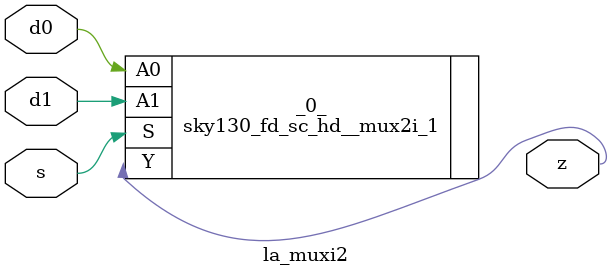
<source format=v>
/* Generated by Yosys 0.37 (git sha1 a5c7f69ed, clang 14.0.0-1ubuntu1.1 -fPIC -Os) */

module la_muxi2(d0, d1, s, z);
  input d0;
  wire d0;
  input d1;
  wire d1;
  input s;
  wire s;
  output z;
  wire z;
  sky130_fd_sc_hd__mux2i_1 _0_ (
    .A0(d0),
    .A1(d1),
    .S(s),
    .Y(z)
  );
endmodule

</source>
